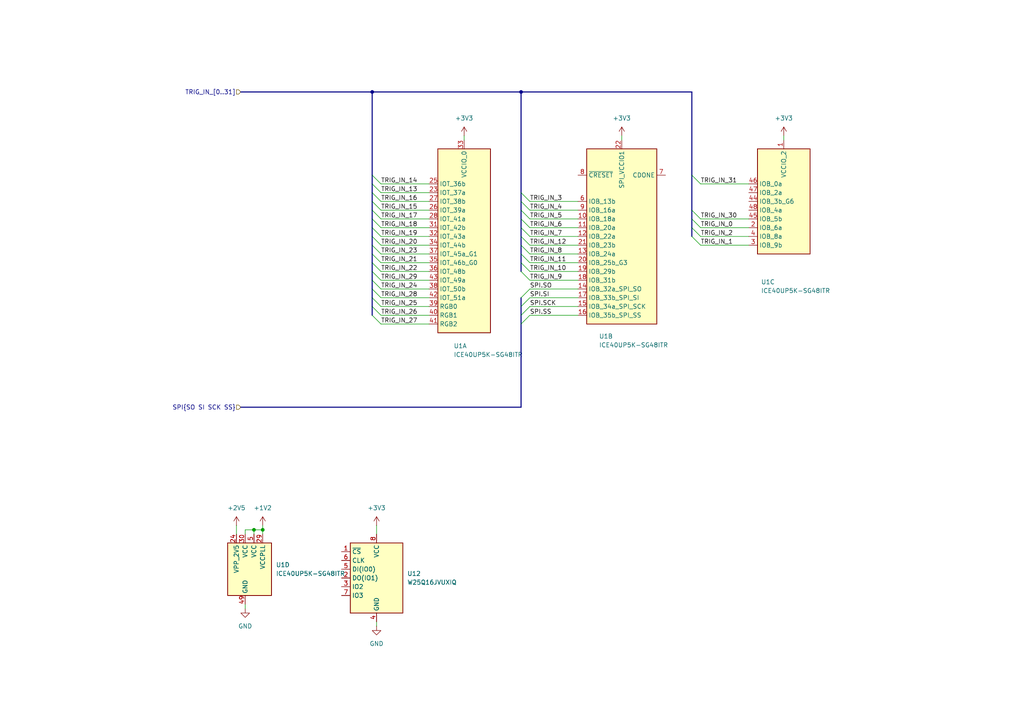
<source format=kicad_sch>
(kicad_sch (version 20231120) (generator "eeschema") (generator_version "8.0")
  (paper "A4")
  (lib_symbols
    (symbol "FPGA_Lattice:ICE40UP5K-SG48ITR"
      (property "Reference" "U1" (at 8.89 1.2701 0))
      (property "Value" "ICE40UP5K-SG48ITR" (at 8.89 -1.2699 0))
      (symbol "ICE40UP5K-SG48ITR_1_1"
        (rectangle (start -7.62 25.4) (end 7.62 -27.94) (stroke (width 0.254)) (fill (type background)))
        (pin bidirectional line (at -10.16 12.7 0) (length 2.54) (name "IOT_37a") (number "23"))
        (pin bidirectional line (at -10.16 15.24 0) (length 2.54) (name "IOT_36b") (number "25"))
        (pin bidirectional line (at -10.16 7.62 0) (length 2.54) (name "IOT_39a") (number "26"))
        (pin bidirectional line (at -10.16 10.16 0) (length 2.54) (name "IOT_38b") (number "27"))
        (pin bidirectional line (at -10.16 5.08 0) (length 2.54) (name "IOT_41a") (number "28"))
        (pin bidirectional line (at -10.16 2.54 0) (length 2.54) (name "IOT_42b") (number "31"))
        (pin bidirectional line (at -10.16 0 0) (length 2.54) (name "IOT_43a") (number "32"))
        (pin power_in line (at 0 27.94 270) (length 2.54) (name "VCCIO_0") (number "33"))
        (pin bidirectional line (at -10.16 -2.54 0) (length 2.54) (name "IOT_44b") (number "34"))
        (pin bidirectional line (at -10.16 -7.62 0) (length 2.54) (name "IOT_46b_G0") (number "35"))
        (pin bidirectional line (at -10.16 -10.16 0) (length 2.54) (name "IOT_48b") (number "36"))
        (pin bidirectional line (at -10.16 -5.08 0) (length 2.54) (name "IOT_45a_G1") (number "37"))
        (pin bidirectional line (at -10.16 -15.24 0) (length 2.54) (name "IOT_50b") (number "38"))
        (pin open_collector line (at -10.16 -20.32 0) (length 2.54) (name "RGB0") (number "39"))
        (pin open_collector line (at -10.16 -22.86 0) (length 2.54) (name "RGB1") (number "40"))
        (pin open_collector line (at -10.16 -25.4 0) (length 2.54) (name "RGB2") (number "41"))
        (pin bidirectional line (at -10.16 -17.78 0) (length 2.54) (name "IOT_51a") (number "42"))
        (pin bidirectional line (at -10.16 -12.7 0) (length 2.54) (name "IOT_49a") (number "43"))
      )
      (symbol "ICE40UP5K-SG48ITR_2_1"
        (rectangle (start -10.16 25.4) (end 10.16 -25.4) (stroke (width 0.254)) (fill (type background)))
        (pin bidirectional line (at -12.7 5.08 0) (length 2.54) (name "IOB_18a") (number "10"))
        (pin bidirectional line (at -12.7 2.54 0) (length 2.54) (name "IOB_20a") (number "11"))
        (pin bidirectional line (at -12.7 0 0) (length 2.54) (name "IOB_22a") (number "12"))
        (pin bidirectional line (at -12.7 -5.08 0) (length 2.54) (name "IOB_24a") (number "13"))
        (pin bidirectional line (at -12.7 -15.24 0) (length 2.54) (name "IOB_32a_SPI_SO") (number "14"))
        (pin bidirectional line (at -12.7 -20.32 0) (length 2.54) (name "IOB_34a_SPI_SCK") (number "15"))
        (pin bidirectional line (at -12.7 -22.86 0) (length 2.54) (name "IOB_35b_SPI_SS") (number "16"))
        (pin bidirectional line (at -12.7 -17.78 0) (length 2.54) (name "IOB_33b_SPI_SI") (number "17"))
        (pin bidirectional line (at -12.7 -12.7 0) (length 2.54) (name "IOB_31b") (number "18"))
        (pin bidirectional line (at -12.7 -10.16 0) (length 2.54) (name "IOB_29b") (number "19"))
        (pin bidirectional line (at -12.7 -7.62 0) (length 2.54) (name "IOB_25b_G3") (number "20"))
        (pin bidirectional line (at -12.7 -2.54 0) (length 2.54) (name "IOB_23b") (number "21"))
        (pin power_in line (at 0 27.94 270) (length 2.54) (name "SPI_VCCIO1") (number "22"))
        (pin bidirectional line (at -12.7 10.16 0) (length 2.54) (name "IOB_13b") (number "6"))
        (pin open_collector line (at 12.7 17.78 180) (length 2.54) (name "CDONE") (number "7"))
        (pin input line (at -12.7 17.78 0) (length 2.54) (name "~{CRESET}") (number "8"))
        (pin bidirectional line (at -12.7 7.62 0) (length 2.54) (name "IOB_16a") (number "9"))
      )
      (symbol "ICE40UP5K-SG48ITR_3_1"
        (rectangle (start -7.62 15.24) (end 7.62 -15.24) (stroke (width 0.254)) (fill (type background)))
        (pin power_in line (at 0 17.78 270) (length 2.54) (name "VCCIO_2") (number "1"))
        (pin bidirectional line (at -10.16 -7.62 0) (length 2.54) (name "IOB_6a") (number "2"))
        (pin bidirectional line (at -10.16 -12.7 0) (length 2.54) (name "IOB_9b") (number "3"))
        (pin bidirectional line (at -10.16 -10.16 0) (length 2.54) (name "IOB_8a") (number "4"))
        (pin bidirectional line (at -10.16 0 0) (length 2.54) (name "IOB_3b_G6") (number "44"))
        (pin bidirectional line (at -10.16 -5.08 0) (length 2.54) (name "IOB_5b") (number "45"))
        (pin bidirectional line (at -10.16 5.08 0) (length 2.54) (name "IOB_0a") (number "46"))
        (pin bidirectional line (at -10.16 2.54 0) (length 2.54) (name "IOB_2a") (number "47"))
        (pin bidirectional line (at -10.16 -2.54 0) (length 2.54) (name "IOB_4a") (number "48"))
      )
      (symbol "ICE40UP5K-SG48ITR_4_1"
        (rectangle (start -5.08 7.62) (end 7.62 -7.62) (stroke (width 0.254)) (fill (type background)))
        (pin power_in line (at -2.54 10.16 270) (length 2.54) (name "VPP_2V5") (number "24"))
        (pin power_out line (at 5.08 10.16 270) (length 2.54) (name "VCCPLL") (number "29"))
        (pin passive line (at 0 10.16 270) (length 2.54) (name "VCC") (number "30"))
        (pin power_in line (at 0 -10.16 90) (length 2.54) (name "GND") (number "49"))
        (pin power_in line (at 2.54 10.16 270) (length 2.54) (name "VCC") (number "5"))
      )
    )
    (symbol "ICE40UP5K-SG48ITR_1"
      (property "Reference" "U1" (at 8.89 1.2701 0))
      (property "Value" "ICE40UP5K-SG48ITR" (at 8.89 -1.2699 0))
      (symbol "ICE40UP5K-SG48ITR_1_1_1"
        (rectangle (start -7.62 25.4) (end 7.62 -27.94) (stroke (width 0.254)) (fill (type background)))
        (pin bidirectional line (at -10.16 12.7 0) (length 2.54) (name "IOT_37a") (number "23"))
        (pin bidirectional line (at -10.16 15.24 0) (length 2.54) (name "IOT_36b") (number "25"))
        (pin bidirectional line (at -10.16 7.62 0) (length 2.54) (name "IOT_39a") (number "26"))
        (pin bidirectional line (at -10.16 10.16 0) (length 2.54) (name "IOT_38b") (number "27"))
        (pin bidirectional line (at -10.16 5.08 0) (length 2.54) (name "IOT_41a") (number "28"))
        (pin bidirectional line (at -10.16 2.54 0) (length 2.54) (name "IOT_42b") (number "31"))
        (pin bidirectional line (at -10.16 0 0) (length 2.54) (name "IOT_43a") (number "32"))
        (pin power_in line (at 0 27.94 270) (length 2.54) (name "VCCIO_0") (number "33"))
        (pin bidirectional line (at -10.16 -2.54 0) (length 2.54) (name "IOT_44b") (number "34"))
        (pin bidirectional line (at -10.16 -7.62 0) (length 2.54) (name "IOT_46b_G0") (number "35"))
        (pin bidirectional line (at -10.16 -10.16 0) (length 2.54) (name "IOT_48b") (number "36"))
        (pin bidirectional line (at -10.16 -5.08 0) (length 2.54) (name "IOT_45a_G1") (number "37"))
        (pin bidirectional line (at -10.16 -15.24 0) (length 2.54) (name "IOT_50b") (number "38"))
        (pin open_collector line (at -10.16 -20.32 0) (length 2.54) (name "RGB0") (number "39"))
        (pin open_collector line (at -10.16 -22.86 0) (length 2.54) (name "RGB1") (number "40"))
        (pin open_collector line (at -10.16 -25.4 0) (length 2.54) (name "RGB2") (number "41"))
        (pin bidirectional line (at -10.16 -17.78 0) (length 2.54) (name "IOT_51a") (number "42"))
        (pin bidirectional line (at -10.16 -12.7 0) (length 2.54) (name "IOT_49a") (number "43"))
      )
      (symbol "ICE40UP5K-SG48ITR_1_2_1"
        (rectangle (start -10.16 25.4) (end 10.16 -25.4) (stroke (width 0.254)) (fill (type background)))
        (pin bidirectional line (at -12.7 5.08 0) (length 2.54) (name "IOB_18a") (number "10"))
        (pin bidirectional line (at -12.7 2.54 0) (length 2.54) (name "IOB_20a") (number "11"))
        (pin bidirectional line (at -12.7 0 0) (length 2.54) (name "IOB_22a") (number "12"))
        (pin bidirectional line (at -12.7 -5.08 0) (length 2.54) (name "IOB_24a") (number "13"))
        (pin bidirectional line (at -12.7 -15.24 0) (length 2.54) (name "IOB_32a_SPI_SO") (number "14"))
        (pin bidirectional line (at -12.7 -20.32 0) (length 2.54) (name "IOB_34a_SPI_SCK") (number "15"))
        (pin bidirectional line (at -12.7 -22.86 0) (length 2.54) (name "IOB_35b_SPI_SS") (number "16"))
        (pin bidirectional line (at -12.7 -17.78 0) (length 2.54) (name "IOB_33b_SPI_SI") (number "17"))
        (pin bidirectional line (at -12.7 -12.7 0) (length 2.54) (name "IOB_31b") (number "18"))
        (pin bidirectional line (at -12.7 -10.16 0) (length 2.54) (name "IOB_29b") (number "19"))
        (pin bidirectional line (at -12.7 -7.62 0) (length 2.54) (name "IOB_25b_G3") (number "20"))
        (pin bidirectional line (at -12.7 -2.54 0) (length 2.54) (name "IOB_23b") (number "21"))
        (pin power_in line (at 0 27.94 270) (length 2.54) (name "SPI_VCCIO1") (number "22"))
        (pin bidirectional line (at -12.7 10.16 0) (length 2.54) (name "IOB_13b") (number "6"))
        (pin open_collector line (at 12.7 17.78 180) (length 2.54) (name "CDONE") (number "7"))
        (pin input line (at -12.7 17.78 0) (length 2.54) (name "~{CRESET}") (number "8"))
        (pin bidirectional line (at -12.7 7.62 0) (length 2.54) (name "IOB_16a") (number "9"))
      )
      (symbol "ICE40UP5K-SG48ITR_1_3_1"
        (rectangle (start -7.62 15.24) (end 7.62 -15.24) (stroke (width 0.254)) (fill (type background)))
        (pin power_in line (at 0 17.78 270) (length 2.54) (name "VCCIO_2") (number "1"))
        (pin bidirectional line (at -10.16 -7.62 0) (length 2.54) (name "IOB_6a") (number "2"))
        (pin bidirectional line (at -10.16 -12.7 0) (length 2.54) (name "IOB_9b") (number "3"))
        (pin bidirectional line (at -10.16 -10.16 0) (length 2.54) (name "IOB_8a") (number "4"))
        (pin bidirectional line (at -10.16 0 0) (length 2.54) (name "IOB_3b_G6") (number "44"))
        (pin bidirectional line (at -10.16 -5.08 0) (length 2.54) (name "IOB_5b") (number "45"))
        (pin bidirectional line (at -10.16 5.08 0) (length 2.54) (name "IOB_0a") (number "46"))
        (pin bidirectional line (at -10.16 2.54 0) (length 2.54) (name "IOB_2a") (number "47"))
        (pin bidirectional line (at -10.16 -2.54 0) (length 2.54) (name "IOB_4a") (number "48"))
      )
      (symbol "ICE40UP5K-SG48ITR_1_4_1"
        (rectangle (start -5.08 7.62) (end 7.62 -7.62) (stroke (width 0.254)) (fill (type background)))
        (pin power_in line (at -2.54 10.16 270) (length 2.54) (name "VPP_2V5") (number "24"))
        (pin power_out line (at 5.08 10.16 270) (length 2.54) (name "VCCPLL") (number "29"))
        (pin passive line (at 0 10.16 270) (length 2.54) (name "VCC") (number "30"))
        (pin power_in line (at 0 -10.16 90) (length 2.54) (name "GND") (number "49"))
        (pin power_in line (at 2.54 10.16 270) (length 2.54) (name "VCC") (number "5"))
      )
    )
    (symbol "ICE40UP5K-SG48ITR_2"
      (property "Reference" "U1" (at 8.89 1.2701 0))
      (property "Value" "ICE40UP5K-SG48ITR" (at 8.89 -1.2699 0))
      (symbol "ICE40UP5K-SG48ITR_2_1_1"
        (rectangle (start -7.62 25.4) (end 7.62 -27.94) (stroke (width 0.254)) (fill (type background)))
        (pin bidirectional line (at -10.16 12.7 0) (length 2.54) (name "IOT_37a") (number "23"))
        (pin bidirectional line (at -10.16 15.24 0) (length 2.54) (name "IOT_36b") (number "25"))
        (pin bidirectional line (at -10.16 7.62 0) (length 2.54) (name "IOT_39a") (number "26"))
        (pin bidirectional line (at -10.16 10.16 0) (length 2.54) (name "IOT_38b") (number "27"))
        (pin bidirectional line (at -10.16 5.08 0) (length 2.54) (name "IOT_41a") (number "28"))
        (pin bidirectional line (at -10.16 2.54 0) (length 2.54) (name "IOT_42b") (number "31"))
        (pin bidirectional line (at -10.16 0 0) (length 2.54) (name "IOT_43a") (number "32"))
        (pin power_in line (at 0 27.94 270) (length 2.54) (name "VCCIO_0") (number "33"))
        (pin bidirectional line (at -10.16 -2.54 0) (length 2.54) (name "IOT_44b") (number "34"))
        (pin bidirectional line (at -10.16 -7.62 0) (length 2.54) (name "IOT_46b_G0") (number "35"))
        (pin bidirectional line (at -10.16 -10.16 0) (length 2.54) (name "IOT_48b") (number "36"))
        (pin bidirectional line (at -10.16 -5.08 0) (length 2.54) (name "IOT_45a_G1") (number "37"))
        (pin bidirectional line (at -10.16 -15.24 0) (length 2.54) (name "IOT_50b") (number "38"))
        (pin open_collector line (at -10.16 -20.32 0) (length 2.54) (name "RGB0") (number "39"))
        (pin open_collector line (at -10.16 -22.86 0) (length 2.54) (name "RGB1") (number "40"))
        (pin open_collector line (at -10.16 -25.4 0) (length 2.54) (name "RGB2") (number "41"))
        (pin bidirectional line (at -10.16 -17.78 0) (length 2.54) (name "IOT_51a") (number "42"))
        (pin bidirectional line (at -10.16 -12.7 0) (length 2.54) (name "IOT_49a") (number "43"))
      )
      (symbol "ICE40UP5K-SG48ITR_2_2_1"
        (rectangle (start -10.16 25.4) (end 10.16 -25.4) (stroke (width 0.254)) (fill (type background)))
        (pin bidirectional line (at -12.7 5.08 0) (length 2.54) (name "IOB_18a") (number "10"))
        (pin bidirectional line (at -12.7 2.54 0) (length 2.54) (name "IOB_20a") (number "11"))
        (pin bidirectional line (at -12.7 0 0) (length 2.54) (name "IOB_22a") (number "12"))
        (pin bidirectional line (at -12.7 -5.08 0) (length 2.54) (name "IOB_24a") (number "13"))
        (pin bidirectional line (at -12.7 -15.24 0) (length 2.54) (name "IOB_32a_SPI_SO") (number "14"))
        (pin bidirectional line (at -12.7 -20.32 0) (length 2.54) (name "IOB_34a_SPI_SCK") (number "15"))
        (pin bidirectional line (at -12.7 -22.86 0) (length 2.54) (name "IOB_35b_SPI_SS") (number "16"))
        (pin bidirectional line (at -12.7 -17.78 0) (length 2.54) (name "IOB_33b_SPI_SI") (number "17"))
        (pin bidirectional line (at -12.7 -12.7 0) (length 2.54) (name "IOB_31b") (number "18"))
        (pin bidirectional line (at -12.7 -10.16 0) (length 2.54) (name "IOB_29b") (number "19"))
        (pin bidirectional line (at -12.7 -7.62 0) (length 2.54) (name "IOB_25b_G3") (number "20"))
        (pin bidirectional line (at -12.7 -2.54 0) (length 2.54) (name "IOB_23b") (number "21"))
        (pin power_in line (at 0 27.94 270) (length 2.54) (name "SPI_VCCIO1") (number "22"))
        (pin bidirectional line (at -12.7 10.16 0) (length 2.54) (name "IOB_13b") (number "6"))
        (pin open_collector line (at 12.7 17.78 180) (length 2.54) (name "CDONE") (number "7"))
        (pin input line (at -12.7 17.78 0) (length 2.54) (name "~{CRESET}") (number "8"))
        (pin bidirectional line (at -12.7 7.62 0) (length 2.54) (name "IOB_16a") (number "9"))
      )
      (symbol "ICE40UP5K-SG48ITR_2_3_1"
        (rectangle (start -7.62 15.24) (end 7.62 -15.24) (stroke (width 0.254)) (fill (type background)))
        (pin power_in line (at 0 17.78 270) (length 2.54) (name "VCCIO_2") (number "1"))
        (pin bidirectional line (at -10.16 -7.62 0) (length 2.54) (name "IOB_6a") (number "2"))
        (pin bidirectional line (at -10.16 -12.7 0) (length 2.54) (name "IOB_9b") (number "3"))
        (pin bidirectional line (at -10.16 -10.16 0) (length 2.54) (name "IOB_8a") (number "4"))
        (pin bidirectional line (at -10.16 0 0) (length 2.54) (name "IOB_3b_G6") (number "44"))
        (pin bidirectional line (at -10.16 -5.08 0) (length 2.54) (name "IOB_5b") (number "45"))
        (pin bidirectional line (at -10.16 5.08 0) (length 2.54) (name "IOB_0a") (number "46"))
        (pin bidirectional line (at -10.16 2.54 0) (length 2.54) (name "IOB_2a") (number "47"))
        (pin bidirectional line (at -10.16 -2.54 0) (length 2.54) (name "IOB_4a") (number "48"))
      )
      (symbol "ICE40UP5K-SG48ITR_2_4_1"
        (rectangle (start -5.08 7.62) (end 7.62 -7.62) (stroke (width 0.254)) (fill (type background)))
        (pin power_in line (at -2.54 10.16 270) (length 2.54) (name "VPP_2V5") (number "24"))
        (pin power_out line (at 5.08 10.16 270) (length 2.54) (name "VCCPLL") (number "29"))
        (pin passive line (at 0 10.16 270) (length 2.54) (name "VCC") (number "30"))
        (pin power_in line (at 0 -10.16 90) (length 2.54) (name "GND") (number "49"))
        (pin power_in line (at 2.54 10.16 270) (length 2.54) (name "VCC") (number "5"))
      )
    )
    (symbol "ICE40UP5K-SG48ITR_3"
      (property "Reference" "U1" (at 8.89 1.2701 0))
      (property "Value" "ICE40UP5K-SG48ITR" (at 8.89 -1.2699 0))
      (symbol "ICE40UP5K-SG48ITR_3_1_1"
        (rectangle (start -7.62 25.4) (end 7.62 -27.94) (stroke (width 0.254)) (fill (type background)))
        (pin bidirectional line (at -10.16 12.7 0) (length 2.54) (name "IOT_37a") (number "23"))
        (pin bidirectional line (at -10.16 15.24 0) (length 2.54) (name "IOT_36b") (number "25"))
        (pin bidirectional line (at -10.16 7.62 0) (length 2.54) (name "IOT_39a") (number "26"))
        (pin bidirectional line (at -10.16 10.16 0) (length 2.54) (name "IOT_38b") (number "27"))
        (pin bidirectional line (at -10.16 5.08 0) (length 2.54) (name "IOT_41a") (number "28"))
        (pin bidirectional line (at -10.16 2.54 0) (length 2.54) (name "IOT_42b") (number "31"))
        (pin bidirectional line (at -10.16 0 0) (length 2.54) (name "IOT_43a") (number "32"))
        (pin power_in line (at 0 27.94 270) (length 2.54) (name "VCCIO_0") (number "33"))
        (pin bidirectional line (at -10.16 -2.54 0) (length 2.54) (name "IOT_44b") (number "34"))
        (pin bidirectional line (at -10.16 -7.62 0) (length 2.54) (name "IOT_46b_G0") (number "35"))
        (pin bidirectional line (at -10.16 -10.16 0) (length 2.54) (name "IOT_48b") (number "36"))
        (pin bidirectional line (at -10.16 -5.08 0) (length 2.54) (name "IOT_45a_G1") (number "37"))
        (pin bidirectional line (at -10.16 -15.24 0) (length 2.54) (name "IOT_50b") (number "38"))
        (pin open_collector line (at -10.16 -20.32 0) (length 2.54) (name "RGB0") (number "39"))
        (pin open_collector line (at -10.16 -22.86 0) (length 2.54) (name "RGB1") (number "40"))
        (pin open_collector line (at -10.16 -25.4 0) (length 2.54) (name "RGB2") (number "41"))
        (pin bidirectional line (at -10.16 -17.78 0) (length 2.54) (name "IOT_51a") (number "42"))
        (pin bidirectional line (at -10.16 -12.7 0) (length 2.54) (name "IOT_49a") (number "43"))
      )
      (symbol "ICE40UP5K-SG48ITR_3_2_1"
        (rectangle (start -10.16 25.4) (end 10.16 -25.4) (stroke (width 0.254)) (fill (type background)))
        (pin bidirectional line (at -12.7 5.08 0) (length 2.54) (name "IOB_18a") (number "10"))
        (pin bidirectional line (at -12.7 2.54 0) (length 2.54) (name "IOB_20a") (number "11"))
        (pin bidirectional line (at -12.7 0 0) (length 2.54) (name "IOB_22a") (number "12"))
        (pin bidirectional line (at -12.7 -5.08 0) (length 2.54) (name "IOB_24a") (number "13"))
        (pin bidirectional line (at -12.7 -15.24 0) (length 2.54) (name "IOB_32a_SPI_SO") (number "14"))
        (pin bidirectional line (at -12.7 -20.32 0) (length 2.54) (name "IOB_34a_SPI_SCK") (number "15"))
        (pin bidirectional line (at -12.7 -22.86 0) (length 2.54) (name "IOB_35b_SPI_SS") (number "16"))
        (pin bidirectional line (at -12.7 -17.78 0) (length 2.54) (name "IOB_33b_SPI_SI") (number "17"))
        (pin bidirectional line (at -12.7 -12.7 0) (length 2.54) (name "IOB_31b") (number "18"))
        (pin bidirectional line (at -12.7 -10.16 0) (length 2.54) (name "IOB_29b") (number "19"))
        (pin bidirectional line (at -12.7 -7.62 0) (length 2.54) (name "IOB_25b_G3") (number "20"))
        (pin bidirectional line (at -12.7 -2.54 0) (length 2.54) (name "IOB_23b") (number "21"))
        (pin power_in line (at 0 27.94 270) (length 2.54) (name "SPI_VCCIO1") (number "22"))
        (pin bidirectional line (at -12.7 10.16 0) (length 2.54) (name "IOB_13b") (number "6"))
        (pin open_collector line (at 12.7 17.78 180) (length 2.54) (name "CDONE") (number "7"))
        (pin input line (at -12.7 17.78 0) (length 2.54) (name "~{CRESET}") (number "8"))
        (pin bidirectional line (at -12.7 7.62 0) (length 2.54) (name "IOB_16a") (number "9"))
      )
      (symbol "ICE40UP5K-SG48ITR_3_3_1"
        (rectangle (start -7.62 15.24) (end 7.62 -15.24) (stroke (width 0.254)) (fill (type background)))
        (pin power_in line (at 0 17.78 270) (length 2.54) (name "VCCIO_2") (number "1"))
        (pin bidirectional line (at -10.16 -7.62 0) (length 2.54) (name "IOB_6a") (number "2"))
        (pin bidirectional line (at -10.16 -12.7 0) (length 2.54) (name "IOB_9b") (number "3"))
        (pin bidirectional line (at -10.16 -10.16 0) (length 2.54) (name "IOB_8a") (number "4"))
        (pin bidirectional line (at -10.16 0 0) (length 2.54) (name "IOB_3b_G6") (number "44"))
        (pin bidirectional line (at -10.16 -5.08 0) (length 2.54) (name "IOB_5b") (number "45"))
        (pin bidirectional line (at -10.16 5.08 0) (length 2.54) (name "IOB_0a") (number "46"))
        (pin bidirectional line (at -10.16 2.54 0) (length 2.54) (name "IOB_2a") (number "47"))
        (pin bidirectional line (at -10.16 -2.54 0) (length 2.54) (name "IOB_4a") (number "48"))
      )
      (symbol "ICE40UP5K-SG48ITR_3_4_1"
        (rectangle (start -5.08 7.62) (end 7.62 -7.62) (stroke (width 0.254)) (fill (type background)))
        (pin power_in line (at -2.54 10.16 270) (length 2.54) (name "VPP_2V5") (number "24"))
        (pin power_out line (at 5.08 10.16 270) (length 2.54) (name "VCCPLL") (number "29"))
        (pin passive line (at 0 10.16 270) (length 2.54) (name "VCC") (number "30"))
        (pin power_in line (at 0 -10.16 90) (length 2.54) (name "GND") (number "49"))
        (pin power_in line (at 2.54 10.16 270) (length 2.54) (name "VCC") (number "5"))
      )
    )
    (symbol "power:+1V2" (power) (pin_numbers hide) (pin_names (offset 0) hide)
      (property "Value" "+1V2" (at 0 3.556 0))
      (symbol "+1V2_0_1"
        (polyline (pts (xy -0.762 1.27) (xy 0 2.54)))
        (polyline (pts (xy 0 0) (xy 0 2.54)))
        (polyline (pts (xy 0 2.54) (xy 0.762 1.27)))
      )
      (symbol "+1V2_1_1"
        (pin power_in line (at 0 0 90) (length 0) (name "~") (number "1"))
      )
    )
    (symbol "power:+2V5" (power) (pin_numbers hide) (pin_names (offset 0) hide)
      (property "Value" "+2V5" (at 0 3.556 0))
      (symbol "+2V5_0_1"
        (polyline (pts (xy -0.762 1.27) (xy 0 2.54)))
        (polyline (pts (xy 0 0) (xy 0 2.54)))
        (polyline (pts (xy 0 2.54) (xy 0.762 1.27)))
      )
      (symbol "+2V5_1_1"
        (pin power_in line (at 0 0 90) (length 0) (name "~") (number "1"))
      )
    )
    (symbol "power:+3V3" (power) (pin_numbers hide) (pin_names (offset 0) hide)
      (property "Value" "+3V3" (at 0 3.556 0))
      (symbol "+3V3_0_1"
        (polyline (pts (xy -0.762 1.27) (xy 0 2.54)))
        (polyline (pts (xy 0 0) (xy 0 2.54)))
        (polyline (pts (xy 0 2.54) (xy 0.762 1.27)))
      )
      (symbol "+3V3_1_1"
        (pin power_in line (at 0 0 90) (length 0) (name "~") (number "1"))
      )
    )
    (symbol "power:GND" (power) (pin_numbers hide) (pin_names (offset 0) hide)
      (property "Value" "GND" (at 0 -3.81 0))
      (symbol "GND_0_1"
        (polyline (pts (xy 0 0) (xy 0 -1.27) (xy 1.27 -1.27) (xy 0 -2.54) (xy -1.27 -1.27) (xy 0 -1.27)))
      )
      (symbol "GND_1_1"
        (pin power_in line (at 0 0 270) (length 0) (name "~") (number "1"))
      )
    )
    (symbol "w25q16:W25Q16JVUXIQ"
      (property "Reference" "U" (at -6.35 11.43 0))
      (property "Value" "W25Q16JVUXIQ" (at 7.62 11.43 0))
      (symbol "W25Q16JVUXIQ_0_1"
        (rectangle (start -7.62 10.16) (end 7.62 -10.16) (stroke (width 0.254)) (fill (type background)))
      )
      (symbol "W25Q16JVUXIQ_1_1"
        (pin input line (at -10.16 7.62 0) (length 2.54) (name "~{CS}") (number "1"))
        (pin bidirectional line (at -10.16 0 0) (length 2.54) (name "DO(IO1)") (number "2"))
        (pin bidirectional line (at -10.16 -2.54 0) (length 2.54) (name "IO2") (number "3"))
        (pin power_in line (at 0 -12.7 90) (length 2.54) (name "GND") (number "4"))
        (pin bidirectional line (at -10.16 2.54 0) (length 2.54) (name "DI(IO0)") (number "5"))
        (pin input line (at -10.16 5.08 0) (length 2.54) (name "CLK") (number "6"))
        (pin bidirectional line (at -10.16 -5.08 0) (length 2.54) (name "IO3") (number "7"))
        (pin power_in line (at 0 12.7 270) (length 2.54) (name "VCC") (number "8"))
      )
    )
  )
  (junction (at 151.13 26.67))
  (junction (at 76.2 153.67))
  (junction (at 73.66 153.67))
  (junction (at 107.95 26.67))
  (bus_entry (at 200.66 63.5) (size 2.54 2.54))
  (bus_entry (at 107.95 60.96) (size 2.54 2.54))
  (bus_entry (at 151.13 91.44) (size 2.54 -2.54))
  (bus_entry (at 107.95 63.5) (size 2.54 2.54))
  (bus_entry (at 151.13 76.2) (size 2.54 2.54))
  (bus_entry (at 200.66 68.58) (size 2.54 2.54))
  (bus_entry (at 151.13 60.96) (size 2.54 2.54))
  (bus_entry (at 151.13 63.5) (size 2.54 2.54))
  (bus_entry (at 107.95 76.2) (size 2.54 2.54))
  (bus_entry (at 151.13 86.36) (size 2.54 -2.54))
  (bus_entry (at 151.13 68.58) (size 2.54 2.54))
  (bus_entry (at 107.95 73.66) (size 2.54 2.54))
  (bus_entry (at 107.95 53.34) (size 2.54 2.54))
  (bus_entry (at 107.95 91.44) (size 2.54 2.54))
  (bus_entry (at 151.13 73.66) (size 2.54 2.54))
  (bus_entry (at 151.13 55.88) (size 2.54 2.54))
  (bus_entry (at 151.13 71.12) (size 2.54 2.54))
  (bus_entry (at 107.95 55.88) (size 2.54 2.54))
  (bus_entry (at 107.95 83.82) (size 2.54 2.54))
  (bus_entry (at 107.95 86.36) (size 2.54 2.54))
  (bus_entry (at 151.13 88.9) (size 2.54 -2.54))
  (bus_entry (at 151.13 66.04) (size 2.54 2.54))
  (bus_entry (at 107.95 78.74) (size 2.54 2.54))
  (bus_entry (at 151.13 58.42) (size 2.54 2.54))
  (bus_entry (at 151.13 93.98) (size 2.54 -2.54))
  (bus_entry (at 107.95 58.42) (size 2.54 2.54))
  (bus_entry (at 107.95 88.9) (size 2.54 2.54))
  (bus_entry (at 107.95 81.28) (size 2.54 2.54))
  (bus_entry (at 107.95 66.04) (size 2.54 2.54))
  (bus_entry (at 107.95 68.58) (size 2.54 2.54))
  (bus_entry (at 200.66 66.04) (size 2.54 2.54))
  (bus_entry (at 200.66 50.8) (size 2.54 2.54))
  (bus_entry (at 151.13 78.74) (size 2.54 2.54))
  (bus_entry (at 107.95 71.12) (size 2.54 2.54))
  (bus_entry (at 200.66 60.96) (size 2.54 2.54))
  (bus_entry (at 107.95 50.8) (size 2.54 2.54))
  (bus (pts (xy 151.13 63.5) (xy 151.13 66.04)))
  (wire (pts (xy 110.49 71.12) (xy 124.46 71.12)))
  (wire (pts (xy 68.58 152.4) (xy 68.58 154.94)))
  (bus (pts (xy 107.95 58.42) (xy 107.95 60.96)))
  (bus (pts (xy 107.95 55.88) (xy 107.95 58.42)))
  (bus (pts (xy 107.95 26.67) (xy 151.13 26.67)))
  (wire (pts (xy 110.49 63.5) (xy 124.46 63.5)))
  (wire (pts (xy 153.67 81.28) (xy 167.64 81.28)))
  (bus (pts (xy 107.95 88.9) (xy 107.95 91.44)))
  (bus (pts (xy 107.95 68.58) (xy 107.95 71.12)))
  (wire (pts (xy 227.33 39.37) (xy 227.33 40.64)))
  (bus (pts (xy 200.66 50.8) (xy 200.66 60.96)))
  (bus (pts (xy 151.13 91.44) (xy 151.13 93.98)))
  (wire (pts (xy 110.49 86.36) (xy 124.46 86.36)))
  (wire (pts (xy 110.49 68.58) (xy 124.46 68.58)))
  (bus (pts (xy 151.13 93.98) (xy 151.13 118.11)))
  (wire (pts (xy 153.67 88.9) (xy 167.64 88.9)))
  (wire (pts (xy 110.49 93.98) (xy 124.46 93.98)))
  (bus (pts (xy 151.13 60.96) (xy 151.13 63.5)))
  (wire (pts (xy 153.67 73.66) (xy 167.64 73.66)))
  (bus (pts (xy 107.95 76.2) (xy 107.95 78.74)))
  (wire (pts (xy 203.2 71.12) (xy 217.17 71.12)))
  (bus (pts (xy 107.95 50.8) (xy 107.95 53.34)))
  (wire (pts (xy 110.49 66.04) (xy 124.46 66.04)))
  (bus (pts (xy 107.95 53.34) (xy 107.95 55.88)))
  (bus (pts (xy 151.13 26.67) (xy 151.13 55.88)))
  (wire (pts (xy 71.12 176.53) (xy 71.12 175.26)))
  (bus (pts (xy 151.13 76.2) (xy 151.13 78.74)))
  (wire (pts (xy 109.22 152.4) (xy 109.22 154.94)))
  (bus (pts (xy 107.95 81.28) (xy 107.95 83.82)))
  (bus (pts (xy 151.13 88.9) (xy 151.13 91.44)))
  (wire (pts (xy 109.22 181.61) (xy 109.22 180.34)))
  (wire (pts (xy 110.49 81.28) (xy 124.46 81.28)))
  (wire (pts (xy 110.49 73.66) (xy 124.46 73.66)))
  (bus (pts (xy 151.13 73.66) (xy 151.13 76.2)))
  (wire (pts (xy 203.2 66.04) (xy 217.17 66.04)))
  (wire (pts (xy 153.67 60.96) (xy 167.64 60.96)))
  (bus (pts (xy 107.95 86.36) (xy 107.95 88.9)))
  (wire (pts (xy 110.49 55.88) (xy 124.46 55.88)))
  (wire (pts (xy 153.67 71.12) (xy 167.64 71.12)))
  (wire (pts (xy 134.62 39.37) (xy 134.62 40.64)))
  (wire (pts (xy 153.67 83.82) (xy 167.64 83.82)))
  (wire (pts (xy 110.49 76.2) (xy 124.46 76.2)))
  (wire (pts (xy 110.49 78.74) (xy 124.46 78.74)))
  (wire (pts (xy 73.66 153.67) (xy 73.66 154.94)))
  (wire (pts (xy 153.67 78.74) (xy 167.64 78.74)))
  (wire (pts (xy 180.34 39.37) (xy 180.34 40.64)))
  (wire (pts (xy 153.67 58.42) (xy 167.64 58.42)))
  (bus (pts (xy 107.95 83.82) (xy 107.95 86.36)))
  (bus (pts (xy 151.13 68.58) (xy 151.13 71.12)))
  (wire (pts (xy 153.67 91.44) (xy 167.64 91.44)))
  (bus (pts (xy 107.95 78.74) (xy 107.95 81.28)))
  (wire (pts (xy 110.49 83.82) (xy 124.46 83.82)))
  (wire (pts (xy 203.2 68.58) (xy 217.17 68.58)))
  (bus (pts (xy 151.13 66.04) (xy 151.13 68.58)))
  (bus (pts (xy 107.95 73.66) (xy 107.95 76.2)))
  (bus (pts (xy 107.95 71.12) (xy 107.95 73.66)))
  (bus (pts (xy 200.66 66.04) (xy 200.66 68.58)))
  (bus (pts (xy 200.66 60.96) (xy 200.66 63.5)))
  (wire (pts (xy 203.2 63.5) (xy 217.17 63.5)))
  (wire (pts (xy 76.2 154.94) (xy 76.2 153.67)))
  (wire (pts (xy 110.49 58.42) (xy 124.46 58.42)))
  (bus (pts (xy 200.66 63.5) (xy 200.66 66.04)))
  (bus (pts (xy 69.85 118.11) (xy 151.13 118.11)))
  (wire (pts (xy 110.49 91.44) (xy 124.46 91.44)))
  (wire (pts (xy 71.12 153.67) (xy 73.66 153.67)))
  (wire (pts (xy 153.67 68.58) (xy 167.64 68.58)))
  (bus (pts (xy 107.95 66.04) (xy 107.95 68.58)))
  (bus (pts (xy 107.95 60.96) (xy 107.95 63.5)))
  (bus (pts (xy 151.13 26.67) (xy 200.66 26.67)))
  (wire (pts (xy 71.12 154.94) (xy 71.12 153.67)))
  (wire (pts (xy 153.67 63.5) (xy 167.64 63.5)))
  (bus (pts (xy 107.95 63.5) (xy 107.95 66.04)))
  (wire (pts (xy 153.67 86.36) (xy 167.64 86.36)))
  (wire (pts (xy 153.67 66.04) (xy 167.64 66.04)))
  (bus (pts (xy 151.13 86.36) (xy 151.13 88.9)))
  (wire (pts (xy 76.2 153.67) (xy 73.66 153.67)))
  (bus (pts (xy 69.85 26.67) (xy 107.95 26.67)))
  (wire (pts (xy 203.2 53.34) (xy 217.17 53.34)))
  (wire (pts (xy 110.49 88.9) (xy 124.46 88.9)))
  (wire (pts (xy 153.67 76.2) (xy 167.64 76.2)))
  (wire (pts (xy 110.49 60.96) (xy 124.46 60.96)))
  (bus (pts (xy 151.13 55.88) (xy 151.13 58.42)))
  (bus (pts (xy 151.13 71.12) (xy 151.13 73.66)))
  (wire (pts (xy 110.49 53.34) (xy 124.46 53.34)))
  (wire (pts (xy 76.2 152.4) (xy 76.2 153.67)))
  (bus (pts (xy 151.13 58.42) (xy 151.13 60.96)))
  (bus (pts (xy 107.95 26.67) (xy 107.95 50.8)))
  (bus (pts (xy 200.66 26.67) (xy 200.66 50.8)))
  (label "SPI.SCK" (at 153.67 88.9 0))
  (label "TRIG_IN_18" (at 110.49 66.04 0))
  (label "TRIG_IN_25" (at 110.49 88.9 0))
  (label "TRIG_IN_9" (at 153.67 81.28 0))
  (label "TRIG_IN_29" (at 110.49 81.28 0))
  (label "TRIG_IN_22" (at 110.49 78.74 0))
  (label "SPI.SO" (at 153.67 83.82 0))
  (label "TRIG_IN_23" (at 110.49 73.66 0))
  (label "TRIG_IN_26" (at 110.49 91.44 0))
  (label "TRIG_IN_12" (at 153.67 71.12 0))
  (label "TRIG_IN_4" (at 153.67 60.96 0))
  (label "TRIG_IN_2" (at 203.2 68.58 0))
  (label "TRIG_IN_13" (at 110.49 55.88 0))
  (label "TRIG_IN_24" (at 110.49 83.82 0))
  (label "TRIG_IN_21" (at 110.49 76.2 0))
  (label "TRIG_IN_15" (at 110.49 60.96 0))
  (label "TRIG_IN_30" (at 203.2 63.5 0))
  (label "TRIG_IN_11" (at 153.67 76.2 0))
  (label "SPI.SS" (at 153.67 91.44 0))
  (label "TRIG_IN_1" (at 203.2 71.12 0))
  (label "TRIG_IN_31" (at 203.2 53.34 0))
  (label "TRIG_IN_7" (at 153.67 68.58 0))
  (label "TRIG_IN_14" (at 110.49 53.34 0))
  (label "TRIG_IN_8" (at 153.67 73.66 0))
  (label "TRIG_IN_16" (at 110.49 58.42 0))
  (label "SPI.SI" (at 153.67 86.36 0))
  (label "TRIG_IN_17" (at 110.49 63.5 0))
  (label "TRIG_IN_20" (at 110.49 71.12 0))
  (label "TRIG_IN_28" (at 110.49 86.36 0))
  (label "TRIG_IN_0" (at 203.2 66.04 0))
  (label "TRIG_IN_19" (at 110.49 68.58 0))
  (label "TRIG_IN_27" (at 110.49 93.98 0))
  (label "TRIG_IN_10" (at 153.67 78.74 0))
  (label "TRIG_IN_5" (at 153.67 63.5 0))
  (label "TRIG_IN_3" (at 153.67 58.42 0))
  (label "TRIG_IN_6" (at 153.67 66.04 0))
  (hierarchical_label "SPI{SO SI SCK SS}" (shape input) (at 69.85 118.11 180))
  (hierarchical_label "TRIG_IN_[0..31]" (shape input) (at 69.85 26.67 180))
  (symbol (lib_id "power:+3V3") (at 109.22 152.4 0) (unit 1)
    (property "Reference" "#PWR033" (effects (hide yes)))
    (property "Value" "+3V3" (at 109.22 147.32 0))
    (property "Description" "Power symbol creates a global label with name \"+3V3\"" (effects (hide yes)))
  )
  (symbol (lib_name "ICE40UP5K-SG48ITR_1") (lib_id "FPGA_Lattice:ICE40UP5K-SG48ITR") (at 71.12 165.1 0) (unit 4)
    (property "Reference" "U1" (at 80.01 163.8299 0) (effects (justify left)))
    (property "Value" "ICE40UP5K-SG48ITR" (at 80.01 166.3699 0) (effects (justify left)))
    (property "Footprint" "Package_DFN_QFN:QFN-48-1EP_7x7mm_P0.5mm_EP5.6x5.6mm" (effects (hide yes)))
    (property "Datasheet" "http://www.latticesemi.com/Products/FPGAandCPLD/iCE40Ultra" (effects (hide yes)))
    (property "Description" "iCE40 UltraPlus FPGA, 5280 LUTs, 1.2V, 48-pin QFN" (effects (hide yes)))
  )
  (symbol (lib_id "power:GND") (at 71.12 176.53 0) (unit 1)
    (property "Reference" "#PWR032" (effects (hide yes)))
    (property "Value" "GND" (at 71.12 181.61 0))
    (property "Description" "Power symbol creates a global label with name \"GND\" , ground" (effects (hide yes)))
  )
  (symbol (lib_name "ICE40UP5K-SG48ITR_3") (lib_id "FPGA_Lattice:ICE40UP5K-SG48ITR") (at 134.62 68.58 0) (unit 1)
    (property "Reference" "U1" (at 131.572 100.33 0) (effects (justify left)))
    (property "Value" "ICE40UP5K-SG48ITR" (at 131.572 102.87 0) (effects (justify left)))
    (property "Footprint" "Package_DFN_QFN:QFN-48-1EP_7x7mm_P0.5mm_EP5.6x5.6mm" (effects (hide yes)))
    (property "Datasheet" "http://www.latticesemi.com/Products/FPGAandCPLD/iCE40Ultra" (effects (hide yes)))
    (property "Description" "iCE40 UltraPlus FPGA, 5280 LUTs, 1.2V, 48-pin QFN" (effects (hide yes)))
  )
  (symbol (lib_name "ICE40UP5K-SG48ITR_2") (lib_id "FPGA_Lattice:ICE40UP5K-SG48ITR") (at 227.33 58.42 0) (unit 3)
    (property "Reference" "U1" (at 220.726 81.788 0) (effects (justify left)))
    (property "Value" "ICE40UP5K-SG48ITR" (at 220.726 84.328 0) (effects (justify left)))
    (property "Footprint" "Package_DFN_QFN:QFN-48-1EP_7x7mm_P0.5mm_EP5.6x5.6mm" (effects (hide yes)))
    (property "Datasheet" "http://www.latticesemi.com/Products/FPGAandCPLD/iCE40Ultra" (effects (hide yes)))
    (property "Description" "iCE40 UltraPlus FPGA, 5280 LUTs, 1.2V, 48-pin QFN" (effects (hide yes)))
  )
  (symbol (lib_id "power:+1V2") (at 76.2 152.4 0) (unit 1)
    (property "Reference" "#PWR031" (effects (hide yes)))
    (property "Value" "+1V2" (at 76.2 147.32 0))
    (property "Description" "Power symbol creates a global label with name \"+1V2\"" (effects (hide yes)))
  )
  (symbol (lib_id "power:GND") (at 109.22 181.61 0) (unit 1)
    (property "Reference" "#PWR037" (effects (hide yes)))
    (property "Value" "GND" (at 109.22 186.69 0))
    (property "Description" "Power symbol creates a global label with name \"GND\" , ground" (effects (hide yes)))
  )
  (symbol (lib_id "w25q16:W25Q16JVUXIQ") (at 109.22 167.64 0) (unit 1)
    (property "Reference" "U12" (at 118.11 166.3699 0) (effects (justify left)))
    (property "Value" "W25Q16JVUXIQ" (at 118.11 168.9099 0) (effects (justify left)))
    (property "Footprint" "Package_SON:Winbond_USON-8-1EP_3x2mm_P0.5mm_EP0.2x1.6mm" (effects (hide yes)))
    (property "Datasheet" "https://www.winbond.com/hq/support/documentation/levelOne.jsp?__locale=en&DocNo=DA00-W25Q16JV.1" (effects (hide yes)))
    (property "Description" "16Mb Serial Flash Memory, Standard/Dual/Quad SPI, SOIC-8" (effects (hide yes)))
  )
  (symbol (lib_id "power:+3V3") (at 180.34 39.37 0) (unit 1)
    (property "Reference" "#PWR035" (effects (hide yes)))
    (property "Value" "+3V3" (at 180.34 34.29 0))
    (property "Description" "Power symbol creates a global label with name \"+3V3\"" (effects (hide yes)))
  )
  (symbol (lib_id "power:+3V3") (at 227.33 39.37 0) (unit 1)
    (property "Reference" "#PWR034" (effects (hide yes)))
    (property "Value" "+3V3" (at 227.33 34.29 0))
    (property "Description" "Power symbol creates a global label with name \"+3V3\"" (effects (hide yes)))
  )
  (symbol (lib_id "power:+2V5") (at 68.58 152.4 0) (unit 1)
    (property "Reference" "#PWR030" (effects (hide yes)))
    (property "Value" "+2V5" (at 68.58 147.32 0))
    (property "Description" "Power symbol creates a global label with name \"+2V5\"" (effects (hide yes)))
  )
  (symbol (lib_id "power:+3V3") (at 134.62 39.37 0) (unit 1)
    (property "Reference" "#PWR036" (effects (hide yes)))
    (property "Value" "+3V3" (at 134.62 34.29 0))
    (property "Description" "Power symbol creates a global label with name \"+3V3\"" (effects (hide yes)))
  )
  (symbol (lib_id "FPGA_Lattice:ICE40UP5K-SG48ITR") (at 180.34 68.58 0) (unit 2)
    (property "Reference" "U1" (at 173.736 97.536 0) (effects (justify left)))
    (property "Value" "ICE40UP5K-SG48ITR" (at 173.736 100.076 0) (effects (justify left)))
    (property "Footprint" "Package_DFN_QFN:QFN-48-1EP_7x7mm_P0.5mm_EP5.6x5.6mm" (effects (hide yes)))
    (property "Datasheet" "http://www.latticesemi.com/Products/FPGAandCPLD/iCE40Ultra" (effects (hide yes)))
    (property "Description" "iCE40 UltraPlus FPGA, 5280 LUTs, 1.2V, 48-pin QFN" (effects (hide yes)))
  )
)
</source>
